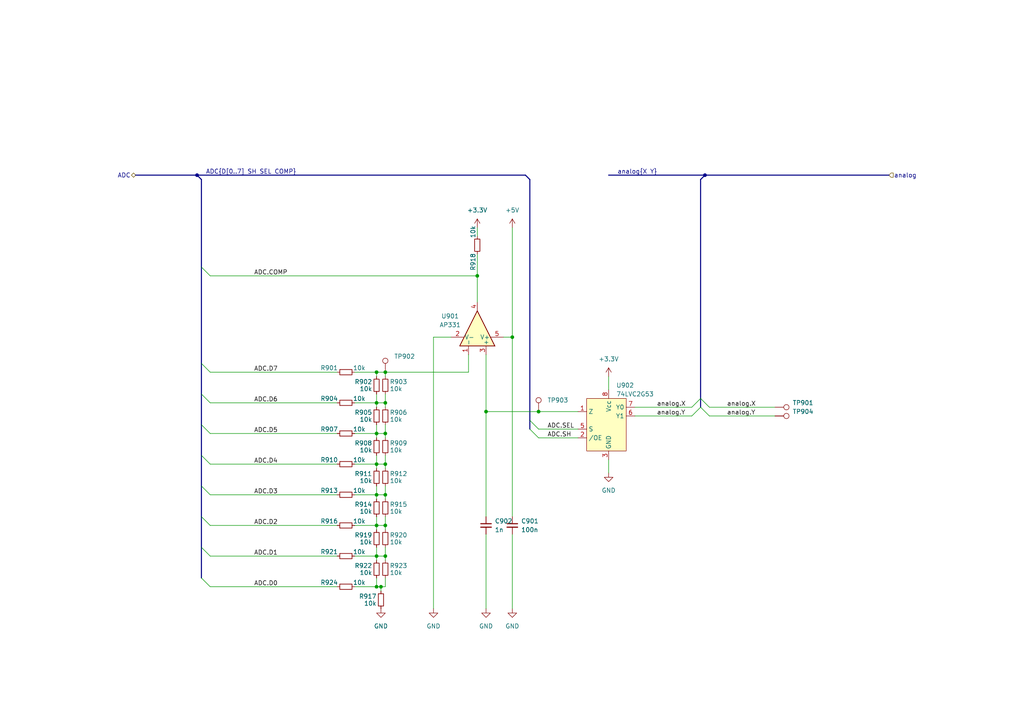
<source format=kicad_sch>
(kicad_sch (version 20250114) (generator "eeschema") (generator_version "9.0")
  (paper "A4")
  (lib_symbols
    (symbol "Comparator:LM397" (pin_names (offset 0.127))
      (property "Reference" "U" (at 1.27 5.08 0))
      (property "Value" "LM397" (at 3.81 -5.08 0))
      (symbol "LM397_0_1"
        (polyline (pts (xy -5.08 5.08) (xy 5.08 0) (xy -5.08 -5.08) (xy -5.08 5.08)) (stroke (width 0.254)) (fill (type background)))
      )
      (symbol "LM397_1_1"
        (pin input line (at -7.62 2.54 0) (length 2.54) (name "+") (number "3"))
        (pin input line (at -7.62 -2.54 0) (length 2.54) (name "-") (number "1"))
        (pin power_in line (at -2.54 7.62 270) (length 3.81) (name "V+") (number "5"))
        (pin power_in line (at -2.54 -7.62 90) (length 3.81) (name "V-") (number "2"))
        (pin open_collector line (at 7.62 0 180) (length 2.54) (name "~") (number "4"))
      )
    )
    (symbol "Connector:TestPoint" (pin_numbers (hide yes)) (pin_names (offset 0.762) (hide yes))
      (property "Reference" "TP" (at 0 6.858 0))
      (property "Value" "TestPoint" (at 0 5.08 0))
      (symbol "TestPoint_0_1"
        (circle (center 0 3.302) (radius 0.762))
      )
      (symbol "TestPoint_1_1"
        (pin passive line (at 0 0 90) (length 2.54) (name "1") (number "1"))
      )
    )
    (symbol "Device:C_Small" (pin_numbers (hide yes)) (pin_names (offset 0.254) (hide yes))
      (property "Reference" "C" (at 0.254 1.778 0))
      (property "Value" "C_Small" (at 0.254 -2.032 0))
      (symbol "C_Small_0_1"
        (polyline (pts (xy -1.524 0.508) (xy 1.524 0.508)) (stroke (width 0.3048)))
        (polyline (pts (xy -1.524 -0.508) (xy 1.524 -0.508)) (stroke (width 0.3302)))
      )
      (symbol "C_Small_1_1"
        (pin passive line (at 0 2.54 270) (length 2.032) (name "~") (number "1"))
        (pin passive line (at 0 -2.54 90) (length 2.032) (name "~") (number "2"))
      )
    )
    (symbol "Device:R_Small" (pin_numbers (hide yes)) (pin_names (offset 0.254) (hide yes))
      (property "Reference" "R" (at 0.762 0.508 0))
      (property "Value" "R_Small" (at 0.762 -1.016 0))
      (symbol "R_Small_0_1"
        (rectangle (start -0.762 1.778) (end 0.762 -1.778) (stroke (width 0.2032)))
      )
      (symbol "R_Small_1_1"
        (pin passive line (at 0 2.54 270) (length 0.762) (name "~") (number "1"))
        (pin passive line (at 0 -2.54 90) (length 0.762) (name "~") (number "2"))
      )
    )
    (symbol "FPGA-Devel:74LVC2G53"
      (property "Reference" "U" (at 0 0 0))
      (property "Value" "74LVC2G53" (at 12.7 -1.27 0))
      (symbol "74LVC2G53_1_1"
        (rectangle (start 0 15.24) (end 11.43 0) (fill (type background)))
        (pin bidirectional line (at -2.54 11.43 0) (length 2.54) (name "Z") (number "1"))
        (pin input line (at -2.54 6.35 0) (length 2.54) (name "S") (number "5"))
        (pin input line (at -2.54 3.81 0) (length 2.54) (name "/OE") (number "2"))
        (pin power_in line (at 6.35 17.78 270) (length 2.54) (name "Vcc") (number "8"))
        (pin power_in line (at 6.35 -2.54 90) (length 2.54) (name "GND") (number "3"))
        (pin power_in line (at 6.35 -2.54 90) (length 2.54) (hide yes) (name "GND") (number "4"))
        (pin bidirectional line (at 13.97 12.7 180) (length 2.54) (name "Y0") (number "7"))
        (pin bidirectional line (at 13.97 10.16 180) (length 2.54) (name "Y1") (number "6"))
      )
    )
    (symbol "power:+3.3V" (power) (pin_names (offset 0))
      (property "Value" "+3.3V" (at 0 3.556 0))
      (symbol "+3.3V_0_1"
        (polyline (pts (xy -0.762 1.27) (xy 0 2.54)))
        (polyline (pts (xy 0 2.54) (xy 0.762 1.27)))
        (polyline (pts (xy 0 0) (xy 0 2.54)))
      )
      (symbol "+3.3V_1_1"
        (pin power_in line (at 0 0 90) (length 0) (hide yes) (name "+3.3V") (number "1"))
      )
    )
    (symbol "power:+5V" (power) (pin_names (offset 0))
      (property "Value" "+5V" (at 0 3.556 0))
      (symbol "+5V_0_1"
        (polyline (pts (xy -0.762 1.27) (xy 0 2.54)))
        (polyline (pts (xy 0 2.54) (xy 0.762 1.27)))
        (polyline (pts (xy 0 0) (xy 0 2.54)))
      )
      (symbol "+5V_1_1"
        (pin power_in line (at 0 0 90) (length 0) (hide yes) (name "+5V") (number "1"))
      )
    )
    (symbol "power:GND" (power) (pin_names (offset 0))
      (property "Value" "GND" (at 0 -3.81 0))
      (symbol "GND_0_1"
        (polyline (pts (xy 0 0) (xy 0 -1.27) (xy 1.27 -1.27) (xy 0 -2.54) (xy -1.27 -1.27) (xy 0 -1.27)))
      )
      (symbol "GND_1_1"
        (pin power_in line (at 0 0 270) (length 0) (hide yes) (name "GND") (number "1"))
      )
    )
  )
  (junction (at 148.59 97.79))
  (junction (at 111.76 134.62))
  (junction (at 138.43 80.01))
  (junction (at 111.76 161.29))
  (junction (at 109.22 116.84))
  (junction (at 109.22 125.73))
  (junction (at 109.22 134.62))
  (junction (at 204.47 50.8))
  (junction (at 111.76 107.95))
  (junction (at 111.76 143.51))
  (junction (at 109.22 152.4))
  (junction (at 111.76 116.84))
  (junction (at 109.22 107.95))
  (junction (at 109.22 170.18))
  (junction (at 109.22 143.51))
  (junction (at 109.22 161.29))
  (junction (at 156.21 119.38))
  (junction (at 110.49 170.18))
  (junction (at 111.76 152.4))
  (junction (at 111.76 125.73))
  (junction (at 57.15 50.8))
  (junction (at 140.97 119.38))
  (bus_entry (at 58.42 167.64) (size 2.54 2.54))
  (bus_entry (at 58.42 158.75) (size 2.54 2.54))
  (bus_entry (at 58.42 140.97) (size 2.54 2.54))
  (bus_entry (at 58.42 123.19) (size 2.54 2.54))
  (bus_entry (at 58.42 149.86) (size 2.54 2.54))
  (bus_entry (at 58.42 77.47) (size 2.54 2.54))
  (bus_entry (at 153.67 121.92) (size 2.54 2.54))
  (bus_entry (at 153.67 124.46) (size 2.54 2.54))
  (bus_entry (at 58.42 114.3) (size 2.54 2.54))
  (bus_entry (at 58.42 132.08) (size 2.54 2.54))
  (bus_entry (at 58.42 105.41) (size 2.54 2.54))
  (bus_entry (at 203.2 115.57) (size -2.54 2.54))
  (bus_entry (at 203.2 118.11) (size 2.54 2.54))
  (bus_entry (at 203.2 115.57) (size 2.54 2.54))
  (bus_entry (at 203.2 118.11) (size -2.54 2.54))
  (wire (pts (xy 109.22 123.19) (xy 109.22 125.73)))
  (wire (pts (xy 109.22 134.62) (xy 109.22 135.89)))
  (wire (pts (xy 148.59 154.94) (xy 148.59 176.53)))
  (wire (pts (xy 109.22 170.18) (xy 110.49 170.18)))
  (wire (pts (xy 138.43 66.04) (xy 138.43 68.58)))
  (wire (pts (xy 102.87 143.51) (xy 109.22 143.51)))
  (wire (pts (xy 109.22 158.75) (xy 109.22 161.29)))
  (wire (pts (xy 109.22 114.3) (xy 109.22 116.84)))
  (wire (pts (xy 110.49 170.18) (xy 111.76 170.18)))
  (bus (pts (xy 57.15 50.8) (xy 58.42 52.07)))
  (wire (pts (xy 60.96 161.29) (xy 97.79 161.29)))
  (wire (pts (xy 111.76 134.62) (xy 111.76 135.89)))
  (wire (pts (xy 102.87 161.29) (xy 109.22 161.29)))
  (bus (pts (xy 203.2 115.57) (xy 203.2 118.11)))
  (wire (pts (xy 156.21 124.46) (xy 167.64 124.46)))
  (wire (pts (xy 102.87 116.84) (xy 109.22 116.84)))
  (wire (pts (xy 111.76 152.4) (xy 111.76 153.67)))
  (wire (pts (xy 102.87 170.18) (xy 109.22 170.18)))
  (wire (pts (xy 156.21 119.38) (xy 167.64 119.38)))
  (wire (pts (xy 176.53 133.35) (xy 176.53 137.16)))
  (wire (pts (xy 109.22 140.97) (xy 109.22 143.51)))
  (wire (pts (xy 176.53 109.22) (xy 176.53 113.03)))
  (bus (pts (xy 39.37 50.8) (xy 57.15 50.8)))
  (wire (pts (xy 111.76 114.3) (xy 111.76 116.84)))
  (wire (pts (xy 109.22 143.51) (xy 111.76 143.51)))
  (wire (pts (xy 109.22 107.95) (xy 109.22 109.22)))
  (bus (pts (xy 152.4 50.8) (xy 153.67 52.07)))
  (wire (pts (xy 109.22 116.84) (xy 109.22 118.11)))
  (wire (pts (xy 135.89 102.87) (xy 135.89 107.95)))
  (wire (pts (xy 111.76 158.75) (xy 111.76 161.29)))
  (wire (pts (xy 102.87 107.95) (xy 109.22 107.95)))
  (wire (pts (xy 138.43 73.66) (xy 138.43 80.01)))
  (wire (pts (xy 60.96 125.73) (xy 97.79 125.73)))
  (wire (pts (xy 102.87 152.4) (xy 109.22 152.4)))
  (wire (pts (xy 60.96 152.4) (xy 97.79 152.4)))
  (bus (pts (xy 153.67 121.92) (xy 153.67 124.46)))
  (wire (pts (xy 60.96 116.84) (xy 97.79 116.84)))
  (wire (pts (xy 60.96 143.51) (xy 97.79 143.51)))
  (bus (pts (xy 58.42 105.41) (xy 58.42 114.3)))
  (wire (pts (xy 125.73 97.79) (xy 130.81 97.79)))
  (wire (pts (xy 138.43 80.01) (xy 138.43 87.63)))
  (wire (pts (xy 111.76 149.86) (xy 111.76 152.4)))
  (wire (pts (xy 60.96 107.95) (xy 97.79 107.95)))
  (wire (pts (xy 111.76 132.08) (xy 111.76 134.62)))
  (wire (pts (xy 111.76 161.29) (xy 111.76 162.56)))
  (wire (pts (xy 109.22 134.62) (xy 111.76 134.62)))
  (wire (pts (xy 111.76 107.95) (xy 135.89 107.95)))
  (wire (pts (xy 148.59 66.04) (xy 148.59 97.79)))
  (wire (pts (xy 109.22 152.4) (xy 111.76 152.4)))
  (bus (pts (xy 176.53 50.8) (xy 204.47 50.8)))
  (wire (pts (xy 146.05 97.79) (xy 148.59 97.79)))
  (wire (pts (xy 140.97 119.38) (xy 140.97 149.86)))
  (bus (pts (xy 58.42 123.19) (xy 58.42 132.08)))
  (wire (pts (xy 140.97 154.94) (xy 140.97 176.53)))
  (wire (pts (xy 109.22 125.73) (xy 109.22 127)))
  (wire (pts (xy 109.22 167.64) (xy 109.22 170.18)))
  (wire (pts (xy 156.21 127) (xy 167.64 127)))
  (wire (pts (xy 60.96 170.18) (xy 97.79 170.18)))
  (wire (pts (xy 109.22 132.08) (xy 109.22 134.62)))
  (wire (pts (xy 109.22 161.29) (xy 109.22 162.56)))
  (wire (pts (xy 60.96 134.62) (xy 97.79 134.62)))
  (wire (pts (xy 140.97 102.87) (xy 140.97 119.38)))
  (bus (pts (xy 58.42 149.86) (xy 58.42 158.75)))
  (wire (pts (xy 111.76 107.95) (xy 111.76 109.22)))
  (bus (pts (xy 58.42 52.07) (xy 58.42 77.47)))
  (wire (pts (xy 111.76 123.19) (xy 111.76 125.73)))
  (wire (pts (xy 111.76 143.51) (xy 111.76 144.78)))
  (wire (pts (xy 140.97 119.38) (xy 156.21 119.38)))
  (wire (pts (xy 205.74 118.11) (xy 224.79 118.11)))
  (bus (pts (xy 57.15 50.8) (xy 152.4 50.8)))
  (wire (pts (xy 109.22 143.51) (xy 109.22 144.78)))
  (bus (pts (xy 58.42 77.47) (xy 58.42 105.41)))
  (wire (pts (xy 110.49 170.18) (xy 110.49 171.45)))
  (wire (pts (xy 102.87 134.62) (xy 109.22 134.62)))
  (wire (pts (xy 125.73 97.79) (xy 125.73 176.53)))
  (wire (pts (xy 60.96 80.01) (xy 138.43 80.01)))
  (wire (pts (xy 184.15 118.11) (xy 200.66 118.11)))
  (wire (pts (xy 109.22 107.95) (xy 111.76 107.95)))
  (wire (pts (xy 102.87 125.73) (xy 109.22 125.73)))
  (wire (pts (xy 111.76 116.84) (xy 111.76 118.11)))
  (bus (pts (xy 58.42 132.08) (xy 58.42 140.97)))
  (wire (pts (xy 148.59 97.79) (xy 148.59 149.86)))
  (wire (pts (xy 109.22 149.86) (xy 109.22 152.4)))
  (bus (pts (xy 58.42 114.3) (xy 58.42 123.19)))
  (bus (pts (xy 153.67 52.07) (xy 153.67 121.92)))
  (wire (pts (xy 205.74 120.65) (xy 224.79 120.65)))
  (wire (pts (xy 109.22 125.73) (xy 111.76 125.73)))
  (wire (pts (xy 111.76 167.64) (xy 111.76 170.18)))
  (wire (pts (xy 111.76 140.97) (xy 111.76 143.51)))
  (wire (pts (xy 184.15 120.65) (xy 200.66 120.65)))
  (wire (pts (xy 111.76 125.73) (xy 111.76 127)))
  (bus (pts (xy 58.42 158.75) (xy 58.42 167.64)))
  (bus (pts (xy 204.47 50.8) (xy 203.2 52.07)))
  (bus (pts (xy 203.2 52.07) (xy 203.2 115.57)))
  (bus (pts (xy 204.47 50.8) (xy 257.81 50.8)))
  (wire (pts (xy 109.22 116.84) (xy 111.76 116.84)))
  (wire (pts (xy 109.22 152.4) (xy 109.22 153.67)))
  (wire (pts (xy 109.22 161.29) (xy 111.76 161.29)))
  (bus (pts (xy 58.42 140.97) (xy 58.42 149.86)))
  (label "ADC{D[0..7] SH SEL COMP}" (at 59.69 50.8 0))
  (label "ADC.D1" (at 73.66 161.29 0))
  (label "ADC.D4" (at 73.66 134.62 0))
  (label "ADC.D2" (at 73.66 152.4 0))
  (label "analog.Y" (at 210.82 120.65 0))
  (label "analog.Y" (at 190.5 120.65 0))
  (label "ADC.D6" (at 73.66 116.84 0))
  (label "ADC.COMP" (at 73.66 80.01 0))
  (label "ADC.D3" (at 73.66 143.51 0))
  (label "analog.X" (at 190.5 118.11 0))
  (label "ADC.D0" (at 73.66 170.18 0))
  (label "ADC.SEL" (at 158.75 124.46 0))
  (label "ADC.D7" (at 73.66 107.95 0))
  (label "analog{X Y}" (at 179.07 50.8 0))
  (label "ADC.SH" (at 158.75 127 0))
  (label "ADC.D5" (at 73.66 125.73 0))
  (label "analog.X" (at 210.82 118.11 0))
  (hierarchical_label "analog" (shape input) (at 257.81 50.8 0))
  (hierarchical_label "ADC" (shape bidirectional) (at 39.37 50.8 180))
  (symbol (lib_id "Device:C_Small") (at 140.97 152.4 0) (unit 1)
    (property "Reference" "C902" (at 143.51 151.1362 0) (effects (justify left)))
    (property "Value" "1n" (at 143.51 153.6762 0) (effects (justify left)))
    (property "Footprint" "Capacitor_SMD:C_0402_1005Metric" (effects (hide yes)))
    (property "Description" "Unpolarized capacitor, small symbol" (effects (hide yes)))
    (property "Würth" "885012205025" (effects (hide yes)))
  )
  (symbol (lib_id "Connector:TestPoint") (at 224.79 118.11 270) (unit 1)
    (property "Reference" "TP901" (at 229.87 116.8399 90) (effects (justify left)))
    (property "Value" "TestPoint" (effects (hide yes)))
    (property "Footprint" "TestPoint:TestPoint_THTPad_D2.0mm_Drill1.0mm" (effects (hide yes)))
    (property "Description" "test point" (effects (hide yes)))
    (property "Würth" "-" (effects (hide yes)))
  )
  (symbol (lib_id "power:GND") (at 125.73 176.53 0) (unit 1)
    (property "Reference" "#PWR0902" (effects (hide yes)))
    (property "Value" "GND" (at 125.73 181.61 0))
    (property "Description" "Power symbol creates a global label with name \"GND\" , ground" (effects (hide yes)))
  )
  (symbol (lib_id "Device:R_Small") (at 109.22 156.21 0) (unit 1)
    (property "Reference" "R919" (at 107.95 155.194 0) (effects (justify right)))
    (property "Value" "10k" (at 107.95 157.226 0) (effects (justify right)))
    (property "Footprint" "Resistor_SMD:R_0402_1005Metric" (effects (hide yes)))
    (property "Description" "Resistor, small symbol" (effects (hide yes)))
    (property "Würth" "560112110020" (effects (hide yes)))
  )
  (symbol (lib_id "Device:R_Small") (at 100.33 152.4 90) (unit 1)
    (property "Reference" "R916" (at 98.044 151.892 90) (effects (justify left top)))
    (property "Value" "10k" (at 102.362 151.892 90) (effects (justify right top)))
    (property "Footprint" "Resistor_SMD:R_0402_1005Metric" (effects (hide yes)))
    (property "Description" "Resistor, small symbol" (effects (hide yes)))
    (property "Würth" "560112110020" (effects (hide yes)))
  )
  (symbol (lib_id "Connector:TestPoint") (at 111.76 107.95 0) (unit 1)
    (property "Reference" "TP902" (at 114.3 103.3779 0) (effects (justify left)))
    (property "Value" "TestPoint" (effects (hide yes)))
    (property "Footprint" "TestPoint:TestPoint_THTPad_D2.0mm_Drill1.0mm" (effects (hide yes)))
    (property "Description" "test point" (effects (hide yes)))
    (property "Würth" "-" (effects (hide yes)))
  )
  (symbol (lib_id "power:GND") (at 110.49 176.53 0) (unit 1)
    (property "Reference" "#PWR0901" (effects (hide yes)))
    (property "Value" "GND" (at 110.49 181.61 0))
    (property "Description" "Power symbol creates a global label with name \"GND\" , ground" (effects (hide yes)))
  )
  (symbol (lib_id "Device:R_Small") (at 100.33 170.18 90) (unit 1)
    (property "Reference" "R924" (at 98.044 169.672 90) (effects (justify left top)))
    (property "Value" "10k" (at 102.362 169.672 90) (effects (justify right top)))
    (property "Footprint" "Resistor_SMD:R_0402_1005Metric" (effects (hide yes)))
    (property "Description" "Resistor, small symbol" (effects (hide yes)))
    (property "Würth" "560112110020" (effects (hide yes)))
  )
  (symbol (lib_id "Device:R_Small") (at 109.22 138.43 0) (unit 1)
    (property "Reference" "R911" (at 107.95 137.414 0) (effects (justify right)))
    (property "Value" "10k" (at 107.95 139.446 0) (effects (justify right)))
    (property "Footprint" "Resistor_SMD:R_0402_1005Metric" (effects (hide yes)))
    (property "Description" "Resistor, small symbol" (effects (hide yes)))
    (property "Würth" "560112110020" (effects (hide yes)))
  )
  (symbol (lib_id "Device:R_Small") (at 100.33 107.95 90) (unit 1)
    (property "Reference" "R901" (at 98.044 107.442 90) (effects (justify left top)))
    (property "Value" "10k" (at 102.362 107.442 90) (effects (justify right top)))
    (property "Footprint" "Resistor_SMD:R_0402_1005Metric" (effects (hide yes)))
    (property "Description" "Resistor, small symbol" (effects (hide yes)))
    (property "Würth" "560112110020" (effects (hide yes)))
  )
  (symbol (lib_id "Device:R_Small") (at 109.22 147.32 0) (unit 1)
    (property "Reference" "R914" (at 107.95 146.304 0) (effects (justify right)))
    (property "Value" "10k" (at 107.95 148.336 0) (effects (justify right)))
    (property "Footprint" "Resistor_SMD:R_0402_1005Metric" (effects (hide yes)))
    (property "Description" "Resistor, small symbol" (effects (hide yes)))
    (property "Würth" "560112110020" (effects (hide yes)))
  )
  (symbol (lib_id "Device:R_Small") (at 111.76 138.43 0) (unit 1)
    (property "Reference" "R912" (at 113.03 137.414 0) (effects (justify left)))
    (property "Value" "10k" (at 113.03 139.446 0) (effects (justify left)))
    (property "Footprint" "Resistor_SMD:R_0402_1005Metric" (effects (hide yes)))
    (property "Description" "Resistor, small symbol" (effects (hide yes)))
    (property "Würth" "560112110020" (effects (hide yes)))
  )
  (symbol (lib_id "Device:R_Small") (at 109.22 120.65 0) (unit 1)
    (property "Reference" "R905" (at 107.95 119.634 0) (effects (justify right)))
    (property "Value" "10k" (at 107.95 121.666 0) (effects (justify right)))
    (property "Footprint" "Resistor_SMD:R_0402_1005Metric" (effects (hide yes)))
    (property "Description" "Resistor, small symbol" (effects (hide yes)))
    (property "Würth" "560112110020" (effects (hide yes)))
  )
  (symbol (lib_id "Device:R_Small") (at 100.33 134.62 90) (unit 1)
    (property "Reference" "R910" (at 98.044 134.112 90) (effects (justify left top)))
    (property "Value" "10k" (at 102.362 134.112 90) (effects (justify right top)))
    (property "Footprint" "Resistor_SMD:R_0402_1005Metric" (effects (hide yes)))
    (property "Description" "Resistor, small symbol" (effects (hide yes)))
    (property "Würth" "560112110020" (effects (hide yes)))
  )
  (symbol (lib_id "power:+5V") (at 148.59 66.04 0) (unit 1)
    (property "Reference" "#PWR0903" (effects (hide yes)))
    (property "Value" "+5V" (at 148.59 60.96 0))
    (property "Description" "Power symbol creates a global label with name \"+5V\"" (effects (hide yes)))
  )
  (symbol (lib_id "Device:R_Small") (at 138.43 71.12 180) (unit 1)
    (property "Reference" "R918" (at 137.922 73.406 90) (effects (justify left top)))
    (property "Value" "10k" (at 137.922 69.088 90) (effects (justify right top)))
    (property "Footprint" "Resistor_SMD:R_0402_1005Metric" (effects (hide yes)))
    (property "Description" "Resistor, small symbol" (effects (hide yes)))
    (property "Würth" "560112110020" (effects (hide yes)))
  )
  (symbol (lib_id "Device:R_Small") (at 109.22 129.54 0) (unit 1)
    (property "Reference" "R908" (at 107.95 128.524 0) (effects (justify right)))
    (property "Value" "10k" (at 107.95 130.556 0) (effects (justify right)))
    (property "Footprint" "Resistor_SMD:R_0402_1005Metric" (effects (hide yes)))
    (property "Description" "Resistor, small symbol" (effects (hide yes)))
    (property "Würth" "560112110020" (effects (hide yes)))
  )
  (symbol (lib_id "Device:R_Small") (at 100.33 143.51 90) (unit 1)
    (property "Reference" "R913" (at 98.044 143.002 90) (effects (justify left top)))
    (property "Value" "10k" (at 102.362 143.002 90) (effects (justify right top)))
    (property "Footprint" "Resistor_SMD:R_0402_1005Metric" (effects (hide yes)))
    (property "Description" "Resistor, small symbol" (effects (hide yes)))
    (property "Würth" "560112110020" (effects (hide yes)))
  )
  (symbol (lib_id "Device:R_Small") (at 110.49 173.99 0) (unit 1)
    (property "Reference" "R917" (at 109.22 172.974 0) (effects (justify right)))
    (property "Value" "10k" (at 109.22 175.006 0) (effects (justify right)))
    (property "Footprint" "Resistor_SMD:R_0402_1005Metric" (effects (hide yes)))
    (property "Description" "Resistor, small symbol" (effects (hide yes)))
    (property "Würth" "560112110020" (effects (hide yes)))
  )
  (symbol (lib_id "Device:R_Small") (at 111.76 120.65 0) (unit 1)
    (property "Reference" "R906" (at 113.03 119.634 0) (effects (justify left)))
    (property "Value" "10k" (at 113.03 121.666 0) (effects (justify left)))
    (property "Footprint" "Resistor_SMD:R_0402_1005Metric" (effects (hide yes)))
    (property "Description" "Resistor, small symbol" (effects (hide yes)))
    (property "Würth" "560112110020" (effects (hide yes)))
  )
  (symbol (lib_id "Device:R_Small") (at 109.22 111.76 0) (unit 1)
    (property "Reference" "R902" (at 107.95 110.744 0) (effects (justify right)))
    (property "Value" "10k" (at 107.95 112.776 0) (effects (justify right)))
    (property "Footprint" "Resistor_SMD:R_0402_1005Metric" (effects (hide yes)))
    (property "Description" "Resistor, small symbol" (effects (hide yes)))
    (property "Würth" "560112110020" (effects (hide yes)))
  )
  (symbol (lib_id "Connector:TestPoint") (at 156.21 119.38 0) (unit 1)
    (property "Reference" "TP903" (at 158.75 116.0779 0) (effects (justify left)))
    (property "Value" "TestPoint" (effects (hide yes)))
    (property "Footprint" "TestPoint:TestPoint_THTPad_D2.0mm_Drill1.0mm" (effects (hide yes)))
    (property "Description" "test point" (effects (hide yes)))
    (property "Würth" "-" (effects (hide yes)))
  )
  (symbol (lib_id "power:GND") (at 176.53 137.16 0) (unit 1)
    (property "Reference" "#PWR0907" (effects (hide yes)))
    (property "Value" "GND" (at 176.53 142.24 0))
    (property "Description" "Power symbol creates a global label with name \"GND\" , ground" (effects (hide yes)))
  )
  (symbol (lib_id "Device:R_Small") (at 111.76 111.76 0) (unit 1)
    (property "Reference" "R903" (at 113.03 110.744 0) (effects (justify left)))
    (property "Value" "10k" (at 113.03 112.776 0) (effects (justify left)))
    (property "Footprint" "Resistor_SMD:R_0402_1005Metric" (effects (hide yes)))
    (property "Description" "Resistor, small symbol" (effects (hide yes)))
    (property "Würth" "560112110020" (effects (hide yes)))
  )
  (symbol (lib_id "Comparator:LM397") (at 138.43 95.25 270) (mirror x) (unit 1)
    (property "Reference" "U901" (at 130.556 91.694 90))
    (property "Value" "AP331" (at 130.556 94.234 90))
    (property "Footprint" "Package_TO_SOT_SMD:SOT-23-5" (effects (hide yes)))
    (property "Datasheet" "http://www.ti.com/lit/ds/symlink/lm397.pdf" (effects (hide yes)))
    (property "Description" "Single General-Purpose Voltage Comparator with Open-Collector Output, SOT-23-5" (effects (hide yes)))
    (property "Würth" "-" (effects (hide yes)))
  )
  (symbol (lib_id "Device:R_Small") (at 111.76 156.21 0) (unit 1)
    (property "Reference" "R920" (at 113.03 155.194 0) (effects (justify left)))
    (property "Value" "10k" (at 113.03 157.226 0) (effects (justify left)))
    (property "Footprint" "Resistor_SMD:R_0402_1005Metric" (effects (hide yes)))
    (property "Description" "Resistor, small symbol" (effects (hide yes)))
    (property "Würth" "560112110020" (effects (hide yes)))
  )
  (symbol (lib_id "power:+3.3V") (at 138.43 66.04 0) (unit 1)
    (property "Reference" "#PWR0908" (effects (hide yes)))
    (property "Value" "+3.3V" (at 138.43 60.96 0))
    (property "Description" "Power symbol creates a global label with name \"+3.3V\"" (effects (hide yes)))
  )
  (symbol (lib_id "Device:R_Small") (at 109.22 165.1 0) (unit 1)
    (property "Reference" "R922" (at 107.95 164.084 0) (effects (justify right)))
    (property "Value" "10k" (at 107.95 166.116 0) (effects (justify right)))
    (property "Footprint" "Resistor_SMD:R_0402_1005Metric" (effects (hide yes)))
    (property "Description" "Resistor, small symbol" (effects (hide yes)))
    (property "Würth" "560112110020" (effects (hide yes)))
  )
  (symbol (lib_id "Connector:TestPoint") (at 224.79 120.65 270) (unit 1)
    (property "Reference" "TP904" (at 229.87 119.3799 90) (effects (justify left)))
    (property "Value" "TestPoint" (effects (hide yes)))
    (property "Footprint" "TestPoint:TestPoint_THTPad_D2.0mm_Drill1.0mm" (effects (hide yes)))
    (property "Description" "test point" (effects (hide yes)))
    (property "Würth" "-" (effects (hide yes)))
  )
  (symbol (lib_id "Device:C_Small") (at 148.59 152.4 0) (unit 1)
    (property "Reference" "C901" (at 151.13 151.1362 0) (effects (justify left)))
    (property "Value" "100n" (at 151.13 153.6762 0) (effects (justify left)))
    (property "Footprint" "Capacitor_SMD:C_0402_1005Metric" (effects (hide yes)))
    (property "Description" "Unpolarized capacitor, small symbol" (effects (hide yes)))
    (property "Würth" "885012205037" (effects (hide yes)))
  )
  (symbol (lib_id "Device:R_Small") (at 111.76 147.32 0) (unit 1)
    (property "Reference" "R915" (at 113.03 146.304 0) (effects (justify left)))
    (property "Value" "10k" (at 113.03 148.336 0) (effects (justify left)))
    (property "Footprint" "Resistor_SMD:R_0402_1005Metric" (effects (hide yes)))
    (property "Description" "Resistor, small symbol" (effects (hide yes)))
    (property "Würth" "560112110020" (effects (hide yes)))
  )
  (symbol (lib_id "Device:R_Small") (at 111.76 129.54 0) (unit 1)
    (property "Reference" "R909" (at 113.03 128.524 0) (effects (justify left)))
    (property "Value" "10k" (at 113.03 130.556 0) (effects (justify left)))
    (property "Footprint" "Resistor_SMD:R_0402_1005Metric" (effects (hide yes)))
    (property "Description" "Resistor, small symbol" (effects (hide yes)))
    (property "Würth" "560112110020" (effects (hide yes)))
  )
  (symbol (lib_id "FPGA-Devel:74LVC2G53") (at 170.18 130.81 0) (unit 1)
    (property "Reference" "U902" (at 178.7241 111.76 0) (effects (justify left)))
    (property "Value" "74LVC2G53" (at 178.7241 114.3 0) (effects (justify left)))
    (property "Footprint" "Package_SO:VSSOP-8_2.4x2.1mm_P0.5mm" (effects (hide yes)))
    (property "Würth" "-" (effects (hide yes)))
  )
  (symbol (lib_id "Device:R_Small") (at 111.76 165.1 0) (unit 1)
    (property "Reference" "R923" (at 113.03 164.084 0) (effects (justify left)))
    (property "Value" "10k" (at 113.03 166.116 0) (effects (justify left)))
    (property "Footprint" "Resistor_SMD:R_0402_1005Metric" (effects (hide yes)))
    (property "Description" "Resistor, small symbol" (effects (hide yes)))
    (property "Würth" "560112110020" (effects (hide yes)))
  )
  (symbol (lib_id "Device:R_Small") (at 100.33 161.29 90) (unit 1)
    (property "Reference" "R921" (at 98.044 160.782 90) (effects (justify left top)))
    (property "Value" "10k" (at 102.362 160.782 90) (effects (justify right top)))
    (property "Footprint" "Resistor_SMD:R_0402_1005Metric" (effects (hide yes)))
    (property "Description" "Resistor, small symbol" (effects (hide yes)))
    (property "Würth" "560112110020" (effects (hide yes)))
  )
  (symbol (lib_id "Device:R_Small") (at 100.33 116.84 90) (unit 1)
    (property "Reference" "R904" (at 98.044 116.332 90) (effects (justify left top)))
    (property "Value" "10k" (at 102.362 116.332 90) (effects (justify right top)))
    (property "Footprint" "Resistor_SMD:R_0402_1005Metric" (effects (hide yes)))
    (property "Description" "Resistor, small symbol" (effects (hide yes)))
    (property "Würth" "560112110020" (effects (hide yes)))
  )
  (symbol (lib_id "power:+3.3V") (at 176.53 109.22 0) (unit 1)
    (property "Reference" "#PWR0906" (effects (hide yes)))
    (property "Value" "+3.3V" (at 176.53 104.14 0))
    (property "Description" "Power symbol creates a global label with name \"+3.3V\"" (effects (hide yes)))
  )
  (symbol (lib_id "power:GND") (at 140.97 176.53 0) (unit 1)
    (property "Reference" "#PWR0905" (effects (hide yes)))
    (property "Value" "GND" (at 140.97 181.61 0))
    (property "Description" "Power symbol creates a global label with name \"GND\" , ground" (effects (hide yes)))
  )
  (symbol (lib_id "power:GND") (at 148.59 176.53 0) (unit 1)
    (property "Reference" "#PWR0904" (effects (hide yes)))
    (property "Value" "GND" (at 148.59 181.61 0))
    (property "Description" "Power symbol creates a global label with name \"GND\" , ground" (effects (hide yes)))
  )
  (symbol (lib_id "Device:R_Small") (at 100.33 125.73 90) (unit 1)
    (property "Reference" "R907" (at 98.044 125.222 90) (effects (justify left top)))
    (property "Value" "10k" (at 102.362 125.222 90) (effects (justify right top)))
    (property "Footprint" "Resistor_SMD:R_0402_1005Metric" (effects (hide yes)))
    (property "Description" "Resistor, small symbol" (effects (hide yes)))
    (property "Würth" "560112110020" (effects (hide yes)))
  )
)
</source>
